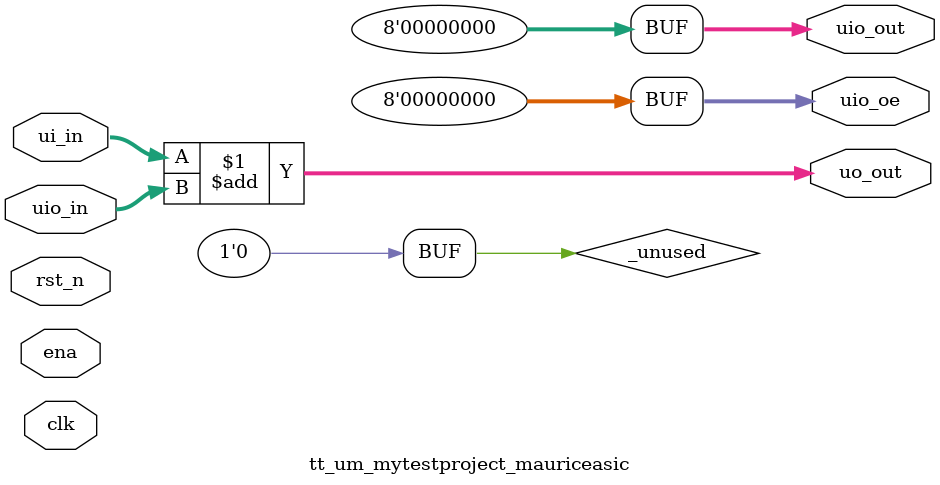
<source format=v>
/*
 * Copyright (c) 2024 Your Name
 * SPDX-License-Identifier: Apache-2.0
 */

`default_nettype none

module tt_um_mytestproject_mauriceasic (
    input  wire [7:0] ui_in,    // Dedicated inputs
    output wire [7:0] uo_out,   // Dedicated outputs
    input  wire [7:0] uio_in,   // IOs: Input path
    output wire [7:0] uio_out,  // IOs: Output path
    output wire [7:0] uio_oe,   // IOs: Enable path (active high: 0=input, 1=output)
    input  wire       ena,      // always 1 when the design is powered, so you can ignore it
    input  wire       clk,      // clock
    input  wire       rst_n     // reset_n - low to reset
);

  // All output pins must be assigned. If not used, assign to 0.
  assign uo_out  = ui_in + uio_in;  // Example: ou_out is the sum of ui_in and uio_in
  assign uio_out = 0;
  assign uio_oe  = 0;

  // List all unused inputs to prevent warnings
  wire _unused = &{ena, clk, rst_n, 1'b0};

endmodule

</source>
